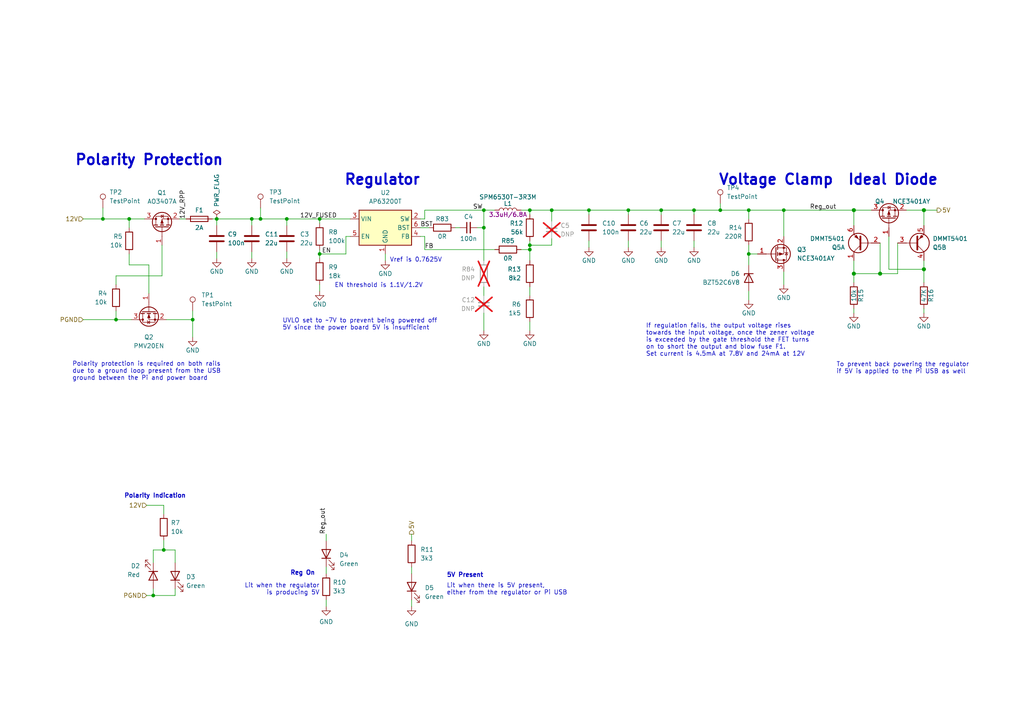
<source format=kicad_sch>
(kicad_sch (version 20231120) (generator "eeschema") (generator_version "8.0")
  (paper "A4")
  (title_block (title "KCH - Raspberry Pi HAT") (date "2022-07-16") (rev "B (S3L2)") (company "Student Robotics") (comment 1 "Power Regulation & Protection"))
  (lib_symbols
    (symbol "Connector:TestPoint" (pin_numbers hide) (pin_names (offset 0.762) hide)
      (property "Reference" "TP" (at 0 6.858 0))
      (property "Value" "TestPoint" (at 0 5.08 0))
      (symbol "TestPoint_0_1"
        (circle (center 0 3.302) (radius 0.762))
      )
      (symbol "TestPoint_1_1"
        (pin passive line (at 0 0 90) (length 2.54) (name "1") (number "1"))
      )
    )
    (symbol "Device:C" (pin_numbers hide) (pin_names (offset 0.254))
      (property "Reference" "C" (at 0.635 2.54 0))
      (property "Value" "C" (at 0.635 -2.54 0))
      (symbol "C_0_1"
        (polyline (pts (xy -2.032 -0.762) (xy 2.032 -0.762)) (stroke (width 0.508)))
        (polyline (pts (xy -2.032 0.762) (xy 2.032 0.762)) (stroke (width 0.508)))
      )
      (symbol "C_1_1"
        (pin passive line (at 0 3.81 270) (length 2.794) (name "~") (number "1"))
        (pin passive line (at 0 -3.81 90) (length 2.794) (name "~") (number "2"))
      )
    )
    (symbol "Device:C_Small" (pin_numbers hide) (pin_names (offset 0.254) hide)
      (property "Reference" "C" (at 0.254 1.778 0))
      (property "Value" "C_Small" (at 0.254 -2.032 0))
      (symbol "C_Small_0_1"
        (polyline (pts (xy -1.524 -0.508) (xy 1.524 -0.508)) (stroke (width 0.3302)))
        (polyline (pts (xy -1.524 0.508) (xy 1.524 0.508)) (stroke (width 0.3048)))
      )
      (symbol "C_Small_1_1"
        (pin passive line (at 0 2.54 270) (length 2.032) (name "~") (number "1"))
        (pin passive line (at 0 -2.54 90) (length 2.032) (name "~") (number "2"))
      )
    )
    (symbol "Device:D_Zener" (pin_numbers hide) (pin_names (offset 1.016) hide)
      (property "Reference" "D" (at 0 2.54 0))
      (property "Value" "D_Zener" (at 0 -2.54 0))
      (symbol "D_Zener_0_1"
        (polyline (pts (xy 1.27 0) (xy -1.27 0)))
        (polyline (pts (xy -1.27 -1.27) (xy -1.27 1.27) (xy -0.762 1.27)) (stroke (width 0.254)))
        (polyline (pts (xy 1.27 -1.27) (xy 1.27 1.27) (xy -1.27 0) (xy 1.27 -1.27)) (stroke (width 0.254)))
      )
      (symbol "D_Zener_1_1"
        (pin passive line (at -3.81 0 0) (length 2.54) (name "K") (number "1"))
        (pin passive line (at 3.81 0 180) (length 2.54) (name "A") (number "2"))
      )
    )
    (symbol "Device:Fuse" (pin_numbers hide) (pin_names (offset 0))
      (property "Reference" "F" (at 2.032 0 90))
      (property "Value" "Fuse" (at -1.905 0 90))
      (symbol "Fuse_0_1"
        (rectangle (start -0.762 -2.54) (end 0.762 2.54) (stroke (width 0.254)))
        (polyline (pts (xy 0 2.54) (xy 0 -2.54)))
      )
      (symbol "Fuse_1_1"
        (pin passive line (at 0 3.81 270) (length 1.27) (name "~") (number "1"))
        (pin passive line (at 0 -3.81 90) (length 1.27) (name "~") (number "2"))
      )
    )
    (symbol "Device:L" (pin_numbers hide) (pin_names (offset 1.016) hide)
      (property "Reference" "L" (at -1.27 0 90))
      (property "Value" "L" (at 1.905 0 90))
      (symbol "L_0_1"
        (arc (start 0 -2.54) (mid 0.6323 -1.905) (end 0 -1.27))
        (arc (start 0 -1.27) (mid 0.6323 -0.635) (end 0 0))
        (arc (start 0 0) (mid 0.6323 0.635) (end 0 1.27))
        (arc (start 0 1.27) (mid 0.6323 1.905) (end 0 2.54))
      )
      (symbol "L_1_1"
        (pin passive line (at 0 3.81 270) (length 1.27) (name "1") (number "1"))
        (pin passive line (at 0 -3.81 90) (length 1.27) (name "2") (number "2"))
      )
    )
    (symbol "Device:LED" (pin_numbers hide) (pin_names (offset 1.016) hide)
      (property "Reference" "D" (at 0 2.54 0))
      (property "Value" "LED" (at 0 -2.54 0))
      (symbol "LED_0_1"
        (polyline (pts (xy -1.27 -1.27) (xy -1.27 1.27)) (stroke (width 0.254)))
        (polyline (pts (xy -1.27 0) (xy 1.27 0)))
        (polyline (pts (xy 1.27 -1.27) (xy 1.27 1.27) (xy -1.27 0) (xy 1.27 -1.27)) (stroke (width 0.254)))
        (polyline (pts (xy -3.048 -0.762) (xy -4.572 -2.286) (xy -3.81 -2.286) (xy -4.572 -2.286) (xy -4.572 -1.524)))
        (polyline (pts (xy -1.778 -0.762) (xy -3.302 -2.286) (xy -2.54 -2.286) (xy -3.302 -2.286) (xy -3.302 -1.524)))
      )
      (symbol "LED_1_1"
        (pin passive line (at -3.81 0 0) (length 2.54) (name "K") (number "1"))
        (pin passive line (at 3.81 0 180) (length 2.54) (name "A") (number "2"))
      )
    )
    (symbol "Device:Q_NMOS_GSD" (pin_names (offset 0) hide)
      (property "Reference" "Q" (at 5.08 1.27 0))
      (property "Value" "Q_NMOS_GSD" (at 5.08 -1.27 0))
      (symbol "Q_NMOS_GSD_0_1"
        (polyline (pts (xy 0.254 0) (xy -2.54 0)))
        (polyline (pts (xy 0.254 1.905) (xy 0.254 -1.905)) (stroke (width 0.254)))
        (polyline (pts (xy 0.762 -1.27) (xy 0.762 -2.286)) (stroke (width 0.254)))
        (polyline (pts (xy 0.762 0.508) (xy 0.762 -0.508)) (stroke (width 0.254)))
        (polyline (pts (xy 0.762 2.286) (xy 0.762 1.27)) (stroke (width 0.254)))
        (polyline (pts (xy 2.54 2.54) (xy 2.54 1.778)))
        (polyline (pts (xy 2.54 -2.54) (xy 2.54 0) (xy 0.762 0)))
        (polyline (pts (xy 0.762 -1.778) (xy 3.302 -1.778) (xy 3.302 1.778) (xy 0.762 1.778)))
        (polyline (pts (xy 1.016 0) (xy 2.032 0.381) (xy 2.032 -0.381) (xy 1.016 0)) (fill (type outline)))
        (polyline (pts (xy 2.794 0.508) (xy 2.921 0.381) (xy 3.683 0.381) (xy 3.81 0.254)))
        (polyline (pts (xy 3.302 0.381) (xy 2.921 -0.254) (xy 3.683 -0.254) (xy 3.302 0.381)))
        (circle (center 1.651 0) (radius 2.794) (stroke (width 0.254)))
        (circle (center 2.54 -1.778) (radius 0.254) (fill (type outline)))
        (circle (center 2.54 1.778) (radius 0.254) (fill (type outline)))
      )
      (symbol "Q_NMOS_GSD_1_1"
        (pin input line (at -5.08 0 0) (length 2.54) (name "G") (number "1"))
        (pin passive line (at 2.54 -5.08 90) (length 2.54) (name "S") (number "2"))
        (pin passive line (at 2.54 5.08 270) (length 2.54) (name "D") (number "3"))
      )
    )
    (symbol "Device:Q_PMOS_GSD" (pin_names (offset 0) hide)
      (property "Reference" "Q" (at 5.08 1.27 0))
      (property "Value" "Q_PMOS_GSD" (at 5.08 -1.27 0))
      (symbol "Q_PMOS_GSD_0_1"
        (polyline (pts (xy 0.254 0) (xy -2.54 0)))
        (polyline (pts (xy 0.254 1.905) (xy 0.254 -1.905)) (stroke (width 0.254)))
        (polyline (pts (xy 0.762 -1.27) (xy 0.762 -2.286)) (stroke (width 0.254)))
        (polyline (pts (xy 0.762 0.508) (xy 0.762 -0.508)) (stroke (width 0.254)))
        (polyline (pts (xy 0.762 2.286) (xy 0.762 1.27)) (stroke (width 0.254)))
        (polyline (pts (xy 2.54 2.54) (xy 2.54 1.778)))
        (polyline (pts (xy 2.54 -2.54) (xy 2.54 0) (xy 0.762 0)))
        (polyline (pts (xy 0.762 1.778) (xy 3.302 1.778) (xy 3.302 -1.778) (xy 0.762 -1.778)))
        (polyline (pts (xy 2.286 0) (xy 1.27 0.381) (xy 1.27 -0.381) (xy 2.286 0)) (fill (type outline)))
        (polyline (pts (xy 2.794 -0.508) (xy 2.921 -0.381) (xy 3.683 -0.381) (xy 3.81 -0.254)))
        (polyline (pts (xy 3.302 -0.381) (xy 2.921 0.254) (xy 3.683 0.254) (xy 3.302 -0.381)))
        (circle (center 1.651 0) (radius 2.794) (stroke (width 0.254)))
        (circle (center 2.54 -1.778) (radius 0.254) (fill (type outline)))
        (circle (center 2.54 1.778) (radius 0.254) (fill (type outline)))
      )
      (symbol "Q_PMOS_GSD_1_1"
        (pin input line (at -5.08 0 0) (length 2.54) (name "G") (number "1"))
        (pin passive line (at 2.54 -5.08 90) (length 2.54) (name "S") (number "2"))
        (pin passive line (at 2.54 5.08 270) (length 2.54) (name "D") (number "3"))
      )
    )
    (symbol "Device:R" (pin_numbers hide) (pin_names (offset 0))
      (property "Reference" "R" (at 2.032 0 90))
      (property "Value" "R" (at 0 0 90))
      (symbol "R_0_1"
        (rectangle (start -1.016 -2.54) (end 1.016 2.54) (stroke (width 0.254)))
      )
      (symbol "R_1_1"
        (pin passive line (at 0 3.81 270) (length 1.27) (name "~") (number "1"))
        (pin passive line (at 0 -3.81 90) (length 1.27) (name "~") (number "2"))
      )
    )
    (symbol "KCH:DMMT5401" (pin_names (offset 0) hide)
      (property "Reference" "Q" (at 5.08 1.27 0))
      (property "Value" "DMMT5401" (at 5.08 -1.27 0))
      (symbol "DMMT5401_0_1"
        (polyline (pts (xy 0.635 0) (xy -2.54 0)))
        (polyline (pts (xy 0.635 0.635) (xy 2.54 2.54)))
        (polyline (pts (xy 0.635 -0.635) (xy 2.54 -2.54) (xy 2.54 -2.54)))
        (polyline (pts (xy 0.635 1.905) (xy 0.635 -1.905) (xy 0.635 -1.905)) (stroke (width 0.508)))
        (polyline (pts (xy 2.286 -1.778) (xy 1.778 -2.286) (xy 1.27 -1.27) (xy 2.286 -1.778) (xy 2.286 -1.778)) (fill (type outline)))
        (circle (center 1.27 0) (radius 2.8194) (stroke (width 0.254)))
      )
      (symbol "DMMT5401_1_1"
        (pin passive line (at 2.54 5.08 270) (length 2.54) (name "C1") (number "1"))
        (pin input line (at -5.08 0 0) (length 2.54) (name "B1") (number "2"))
        (pin passive line (at 2.54 -5.08 90) (length 2.54) (name "E1") (number "6"))
      )
      (symbol "DMMT5401_2_1"
        (pin input line (at -5.08 0 0) (length 2.54) (name "B2") (number "3"))
        (pin passive line (at 2.54 5.08 270) (length 2.54) (name "C2") (number "4"))
        (pin passive line (at 2.54 -5.08 90) (length 2.54) (name "E2") (number "5"))
      )
    )
    (symbol "KCH:MT1471"
      (property "Reference" "U" (at -7.62 6.35 0))
      (property "Value" "MT1471" (at 6.35 -6.35 0))
      (symbol "MT1471_0_1"
        (rectangle (start -7.62 5.08) (end 7.62 -5.08) (stroke (width 0.254)) (fill (type background)))
      )
      (symbol "MT1471_1_1"
        (pin power_in line (at 0 -7.62 90) (length 2.54) (name "GND") (number "1"))
        (pin output line (at 10.16 2.54 180) (length 2.54) (name "SW") (number "2"))
        (pin power_in line (at -10.16 2.54 0) (length 2.54) (name "VIN") (number "3"))
        (pin input line (at 10.16 -2.54 180) (length 2.54) (name "FB") (number "4"))
        (pin input line (at -10.16 -2.54 0) (length 2.54) (name "EN") (number "5"))
        (pin passive line (at 10.16 0 180) (length 2.54) (name "BST") (number "6"))
      )
    )
    (symbol "KCH:NCE3401AY" (pin_names (offset 0) hide)
      (property "Reference" "Q" (at 5.08 1.27 0))
      (property "Value" "NCE3401AY" (at 5.08 -1.27 0))
      (symbol "NCE3401AY_0_1"
        (polyline (pts (xy 0.254 0) (xy -2.54 0)))
        (polyline (pts (xy 0.254 1.905) (xy 0.254 -1.905)) (stroke (width 0.254)))
        (polyline (pts (xy 0.762 -1.27) (xy 0.762 -2.286)) (stroke (width 0.254)))
        (polyline (pts (xy 0.762 0.508) (xy 0.762 -0.508)) (stroke (width 0.254)))
        (polyline (pts (xy 0.762 2.286) (xy 0.762 1.27)) (stroke (width 0.254)))
        (polyline (pts (xy 2.54 2.54) (xy 2.54 1.778)))
        (polyline (pts (xy 2.54 -2.54) (xy 2.54 0) (xy 0.762 0)))
        (polyline (pts (xy 0.762 1.778) (xy 3.302 1.778) (xy 3.302 -1.778) (xy 0.762 -1.778)))
        (polyline (pts (xy 2.286 0) (xy 1.27 0.381) (xy 1.27 -0.381) (xy 2.286 0)) (fill (type outline)))
        (polyline (pts (xy 2.794 -0.508) (xy 2.921 -0.381) (xy 3.683 -0.381) (xy 3.81 -0.254)))
        (polyline (pts (xy 3.302 -0.381) (xy 2.921 0.254) (xy 3.683 0.254) (xy 3.302 -0.381)))
        (circle (center 1.651 0) (radius 2.794) (stroke (width 0.254)))
        (circle (center 2.54 -1.778) (radius 0.254) (fill (type outline)))
        (circle (center 2.54 1.778) (radius 0.254) (fill (type outline)))
      )
      (symbol "NCE3401AY_1_1"
        (pin input line (at -5.08 0 0) (length 2.54) (name "G") (number "1"))
        (pin passive line (at 2.54 -5.08 90) (length 2.54) (name "S") (number "2"))
        (pin passive line (at 2.54 5.08 270) (length 2.54) (name "D") (number "3"))
      )
    )
    (symbol "power:GND" (power) (pin_names (offset 0))
      (property "Value" "GND" (at 0 -3.81 0))
      (symbol "GND_0_1"
        (polyline (pts (xy 0 0) (xy 0 -1.27) (xy 1.27 -1.27) (xy 0 -2.54) (xy -1.27 -1.27) (xy 0 -1.27)))
      )
      (symbol "GND_1_1"
        (pin power_in line (at 0 0 270) (length 0) hide (name "GND") (number "1"))
      )
    )
    (symbol "power:PWR_FLAG" (power) (pin_numbers hide) (pin_names (offset 0) hide)
      (property "Value" "PWR_FLAG" (at 0 3.81 0))
      (symbol "PWR_FLAG_0_0"
        (pin power_out line (at 0 0 90) (length 0) (name "pwr") (number "1"))
      )
      (symbol "PWR_FLAG_0_1"
        (polyline (pts (xy 0 0) (xy 0 1.27) (xy -1.016 1.905) (xy 0 2.54) (xy 1.016 1.905) (xy 0 1.27)))
      )
    )
  )
  (junction (at 73.025 63.5))
  (junction (at 62.865 63.5))
  (junction (at 267.97 60.96) (diameter 1.016))
  (junction (at 140.335 60.96))
  (junction (at 217.17 60.96))
  (junction (at 160.02 60.96))
  (junction (at 208.915 60.96))
  (junction (at 227.33 60.96))
  (junction (at 247.65 60.96) (diameter 1.016))
  (junction (at 83.185 63.5))
  (junction (at 33.655 92.71))
  (junction (at 191.77 60.96))
  (junction (at 182.245 60.96))
  (junction (at 140.335 66.04))
  (junction (at 170.815 60.96))
  (junction (at 92.71 63.5))
  (junction (at 75.565 63.5))
  (junction (at 29.845 63.5))
  (junction (at 247.65 79.375) (diameter 1.016))
  (junction (at 92.71 73.66))
  (junction (at 267.97 78.105) (diameter 1.016))
  (junction (at 44.45 172.72))
  (junction (at 47.498 159.512))
  (junction (at 55.88 92.71))
  (junction (at 37.465 63.5))
  (junction (at 255.27 79.375) (diameter 1.016))
  (junction (at 217.17 73.66))
  (junction (at 153.67 60.96))
  (junction (at 153.67 72.39))
  (junction (at 153.67 71.12))
  (junction (at 201.295 60.96))
  (wire (pts (xy 42.545 146.558) (xy 47.498 146.558)))
  (wire (pts (xy 119.38 164.465) (xy 119.38 166.37)))
  (wire (pts (xy 83.185 65.405) (xy 83.185 63.5)))
  (wire (pts (xy 140.335 90.805) (xy 140.335 95.885)))
  (wire (pts (xy 267.97 90.805) (xy 267.97 89.535)))
  (wire (pts (xy 227.33 68.58) (xy 227.33 60.96)))
  (wire (pts (xy 37.465 73.66) (xy 37.465 76.835)))
  (wire (pts (xy 29.845 60.325) (xy 29.845 63.5)))
  (wire (pts (xy 52.07 63.5) (xy 53.975 63.5)))
  (wire (pts (xy 247.65 90.805) (xy 247.65 89.535)))
  (wire (pts (xy 217.17 63.5) (xy 217.17 60.96)))
  (wire (pts (xy 92.71 64.77) (xy 92.71 63.5)))
  (wire (pts (xy 94.615 173.99) (xy 94.615 175.895)))
  (wire (pts (xy 123.19 72.39) (xy 143.51 72.39)))
  (wire (pts (xy 55.88 92.71) (xy 55.88 97.79)))
  (wire (pts (xy 46.99 80.01) (xy 46.99 71.12)))
  (wire (pts (xy 123.19 68.58) (xy 123.19 72.39)))
  (wire (pts (xy 247.65 65.405) (xy 247.65 60.96)))
  (wire (pts (xy 255.27 79.375) (xy 260.35 79.375)))
  (wire (pts (xy 75.565 60.325) (xy 75.565 63.5)))
  (wire (pts (xy 257.81 78.105) (xy 267.97 78.105)))
  (wire (pts (xy 50.8 170.815) (xy 50.8 172.72)))
  (wire (pts (xy 160.02 69.215) (xy 160.02 71.12)))
  (wire (pts (xy 24.13 63.5) (xy 29.845 63.5)))
  (wire (pts (xy 257.81 68.58) (xy 257.81 78.105)))
  (wire (pts (xy 33.655 82.55) (xy 33.655 80.01)))
  (wire (pts (xy 73.025 63.5) (xy 75.565 63.5)))
  (wire (pts (xy 217.17 60.96) (xy 227.33 60.96)))
  (wire (pts (xy 160.02 60.96) (xy 153.67 60.96)))
  (wire (pts (xy 151.13 72.39) (xy 153.67 72.39)))
  (wire (pts (xy 55.88 90.17) (xy 55.88 92.71)))
  (wire (pts (xy 217.17 76.835) (xy 217.17 73.66)))
  (wire (pts (xy 44.45 170.815) (xy 44.45 172.72)))
  (wire (pts (xy 121.92 66.04) (xy 124.46 66.04)))
  (wire (pts (xy 255.27 70.485) (xy 255.27 79.375)))
  (wire (pts (xy 208.915 59.055) (xy 208.915 60.96)))
  (wire (pts (xy 191.77 60.96) (xy 191.77 62.23)))
  (wire (pts (xy 262.89 60.96) (xy 267.97 60.96)))
  (wire (pts (xy 182.245 60.96) (xy 182.245 62.23)))
  (wire (pts (xy 119.38 173.99) (xy 119.38 175.895)))
  (wire (pts (xy 47.498 149.098) (xy 47.498 146.558)))
  (wire (pts (xy 208.915 60.96) (xy 201.295 60.96)))
  (wire (pts (xy 267.97 60.96) (xy 271.78 60.96)))
  (wire (pts (xy 37.465 76.835) (xy 43.18 76.835)))
  (wire (pts (xy 44.45 159.512) (xy 47.498 159.512)))
  (wire (pts (xy 94.615 164.465) (xy 94.615 166.37)))
  (wire (pts (xy 182.245 69.85) (xy 182.245 71.755)))
  (wire (pts (xy 92.71 73.66) (xy 92.71 74.93)))
  (wire (pts (xy 43.18 76.835) (xy 43.18 85.09)))
  (wire (pts (xy 100.33 68.58) (xy 100.33 73.66)))
  (wire (pts (xy 247.65 60.96) (xy 252.73 60.96)))
  (wire (pts (xy 217.17 84.455) (xy 217.17 86.995)))
  (wire (pts (xy 247.65 79.375) (xy 255.27 79.375)))
  (wire (pts (xy 208.915 60.96) (xy 217.17 60.96)))
  (wire (pts (xy 153.67 60.96) (xy 153.67 62.23)))
  (wire (pts (xy 83.185 73.025) (xy 83.185 74.93)))
  (wire (pts (xy 42.545 172.72) (xy 44.45 172.72)))
  (wire (pts (xy 170.815 69.85) (xy 170.815 71.755)))
  (wire (pts (xy 267.97 65.405) (xy 267.97 60.96)))
  (wire (pts (xy 201.295 62.23) (xy 201.295 60.96)))
  (wire (pts (xy 191.77 69.85) (xy 191.77 71.755)))
  (wire (pts (xy 92.71 63.5) (xy 101.6 63.5)))
  (wire (pts (xy 217.17 71.12) (xy 217.17 73.66)))
  (wire (pts (xy 47.498 156.718) (xy 47.498 159.512)))
  (wire (pts (xy 140.335 83.185) (xy 140.335 85.725)))
  (wire (pts (xy 123.19 63.5) (xy 123.19 60.96)))
  (wire (pts (xy 121.92 68.58) (xy 123.19 68.58)))
  (wire (pts (xy 29.845 63.5) (xy 37.465 63.5)))
  (wire (pts (xy 62.865 63.5) (xy 73.025 63.5)))
  (wire (pts (xy 247.65 75.565) (xy 247.65 79.375)))
  (wire (pts (xy 37.465 63.5) (xy 37.465 66.04)))
  (wire (pts (xy 247.65 79.375) (xy 247.65 81.915)))
  (wire (pts (xy 75.565 63.5) (xy 83.185 63.5)))
  (wire (pts (xy 140.335 75.565) (xy 140.335 66.04)))
  (wire (pts (xy 138.43 66.04) (xy 140.335 66.04)))
  (wire (pts (xy 73.025 73.025) (xy 73.025 74.93)))
  (wire (pts (xy 160.02 71.12) (xy 153.67 71.12)))
  (wire (pts (xy 62.865 63.5) (xy 62.865 65.405)))
  (wire (pts (xy 140.335 60.96) (xy 143.51 60.96)))
  (wire (pts (xy 217.17 73.66) (xy 219.71 73.66)))
  (wire (pts (xy 33.655 92.71) (xy 33.655 90.17)))
  (wire (pts (xy 267.97 78.105) (xy 267.97 81.915)))
  (wire (pts (xy 153.67 69.85) (xy 153.67 71.12)))
  (wire (pts (xy 33.655 80.01) (xy 46.99 80.01)))
  (wire (pts (xy 153.67 83.185) (xy 153.67 85.725)))
  (wire (pts (xy 92.71 72.39) (xy 92.71 73.66)))
  (wire (pts (xy 94.615 154.94) (xy 94.615 156.845)))
  (wire (pts (xy 41.91 63.5) (xy 37.465 63.5)))
  (wire (pts (xy 83.185 63.5) (xy 92.71 63.5)))
  (wire (pts (xy 170.815 60.96) (xy 182.245 60.96)))
  (wire (pts (xy 44.45 159.512) (xy 44.45 163.195)))
  (wire (pts (xy 227.33 60.96) (xy 247.65 60.96)))
  (wire (pts (xy 227.33 78.74) (xy 227.33 82.55)))
  (wire (pts (xy 38.1 92.71) (xy 33.655 92.71)))
  (wire (pts (xy 153.67 93.345) (xy 153.67 95.885)))
  (wire (pts (xy 44.45 172.72) (xy 50.8 172.72)))
  (wire (pts (xy 267.97 75.565) (xy 267.97 78.105)))
  (wire (pts (xy 191.77 60.96) (xy 182.245 60.96)))
  (wire (pts (xy 47.498 159.512) (xy 50.8 159.512)))
  (wire (pts (xy 121.92 63.5) (xy 123.19 63.5)))
  (wire (pts (xy 260.35 79.375) (xy 260.35 70.485)))
  (wire (pts (xy 73.025 65.405) (xy 73.025 63.5)))
  (wire (pts (xy 50.8 159.512) (xy 50.8 163.195)))
  (wire (pts (xy 201.295 69.85) (xy 201.295 71.755)))
  (wire (pts (xy 153.67 71.12) (xy 153.67 72.39)))
  (wire (pts (xy 62.865 73.025) (xy 62.865 74.93)))
  (wire (pts (xy 119.38 154.94) (xy 119.38 156.845)))
  (wire (pts (xy 153.67 60.96) (xy 151.13 60.96)))
  (wire (pts (xy 160.02 60.96) (xy 170.815 60.96)))
  (wire (pts (xy 170.815 62.23) (xy 170.815 60.96)))
  (wire (pts (xy 132.08 66.04) (xy 133.35 66.04)))
  (wire (pts (xy 61.595 63.5) (xy 62.865 63.5)))
  (wire (pts (xy 123.19 60.96) (xy 140.335 60.96)))
  (wire (pts (xy 153.67 72.39) (xy 153.67 75.565)))
  (wire (pts (xy 24.13 92.71) (xy 33.655 92.71)))
  (wire (pts (xy 100.33 73.66) (xy 92.71 73.66)))
  (wire (pts (xy 140.335 60.96) (xy 140.335 66.04)))
  (wire (pts (xy 160.02 64.135) (xy 160.02 60.96)))
  (wire (pts (xy 48.26 92.71) (xy 55.88 92.71)))
  (wire (pts (xy 92.71 82.55) (xy 92.71 84.455)))
  (wire (pts (xy 111.76 73.66) (xy 111.76 75.565)))
  (wire (pts (xy 101.6 68.58) (xy 100.33 68.58)))
  (wire (pts (xy 201.295 60.96) (xy 191.77 60.96)))
  (text "EN threshold is 1.1V/1.2V" (at 97.028 83.566 0) (effects (font (size 1.27 1.27)) (justify left bottom)))
  (text "Vref is 0.7625V" (at 113.03 76.2 0) (effects (font (size 1.27 1.27)) (justify left bottom)))
  (text "Regulator" (at 99.695 53.975 0) (effects (font (size 3 3) (thickness 0.6) (bold yes)) (justify left bottom)))
  (text "Ideal Diode" (at 245.745 53.975 0) (effects (font (size 3 3) (thickness 0.6) (bold yes)) (justify left bottom)))
  (text "5V Present" (at 129.54 167.64 0) (effects (font (size 1.27 1.27) (thickness 0.254) (bold yes)) (justify left bottom)))
  (text "Lit when the regulator\nis producing 5V\n" (at 92.71 172.72 0) (effects (font (size 1.27 1.27)) (justify right bottom)))
  (text "To prevent back powering the regulator \nif 5V is applied to the Pi USB as well" (at 242.57 108.585 0) (effects (font (size 1.27 1.27)) (justify left bottom)))
  (text "Voltage Clamp" (at 208.28 53.975 0) (effects (font (size 3 3) (thickness 0.6) (bold yes)) (justify left bottom)))
  (text "Lit when there is 5V present,\neither from the regulator or Pi USB" (at 129.54 172.72 0) (effects (font (size 1.27 1.27)) (justify left bottom)))
  (text "UVLO set to ~7V to prevent being powered off \n5V since the power board 5V is insufficient" (at 81.915 95.885 0) (effects (font (size 1.27 1.27)) (justify left bottom)))
  (text "If regulation fails, the output voltage rises \ntowards the input voltage, once the zener voltage\nis exceeded by the gate threshold the FET turns\non to short the output and blow fuse F1.\nSet current is 4.5mA at 7.8V and 24mA at 12V\n" (at 187.325 103.505 0) (effects (font (size 1.27 1.27)) (justify left bottom)))
  (text "Reg On" (at 91.44 167.005 0) (effects (font (size 1.27 1.27) (thickness 0.254) (bold yes)) (justify right bottom)))
  (text "Polarity Indication" (at 53.975 144.653 0) (effects (font (size 1.27 1.27) (thickness 0.254) (bold yes)) (justify right bottom)))
  (text "Polarity protection is required on both rails\ndue to a ground loop present from the USB \nground between the Pi and power board" (at 20.955 110.49 0) (effects (font (size 1.27 1.27)) (justify left bottom)))
  (text "Polarity Protection" (at 21.59 48.26 0) (effects (font (size 3 3) (thickness 0.6) (bold yes)) (justify left bottom)))
  (label "EN" (at 93.345 73.66 0))
  (label "BST" (at 121.92 66.04 0))
  (label "SW" (at 137.16 60.96 0))
  (label "Reg_out" (at 242.57 60.96 180))
  (label "Reg_out" (at 94.615 154.94 90))
  (label "12V_RPP" (at 53.975 63.5 90))
  (label "12V_FUSED" (at 86.995 63.5 0))
  (label "FB" (at 123.19 72.39 0))
  (hierarchical_label "5V" (shape output) (at 271.78 60.96 0))
  (hierarchical_label "12V" (shape input) (at 42.545 146.558 180))
  (hierarchical_label "PGND" (shape input) (at 24.13 92.71 180))
  (hierarchical_label "12V" (shape input) (at 24.13 63.5 180))
  (hierarchical_label "5V" (shape output) (at 119.38 154.94 90))
  (hierarchical_label "PGND" (shape input) (at 42.545 172.72 180))
  (symbol (lib_id "Device:LED") (at 94.615 160.655 90) (unit 1)
    (property "Reference" "D4" (at 98.425 160.9724 90) (effects (justify right)))
    (property "Value" "Green" (at 98.425 163.5124 90) (effects (justify right)))
    (property "Footprint" "LED_SMD:LED_0603_1608Metric_Pad1.05x0.95mm_HandSolder" (effects (hide yes)))
    (property "Datasheet" "https://datasheet.lcsc.com/lcsc/1811101510_Everlight-Elec-19-217-GHC-YR1S2-3T_C72043.pdf" (effects (hide yes)))
    (property "JLC" "C72043" (effects (hide yes)))
  )
  (symbol (lib_id "KCH:NCE3401AY") (at 257.81 63.5 90) (unit 1)
    (property "Reference" "Q4" (at 256.54 58.42 90) (effects (justify left)))
    (property "Value" "NCE3401AY" (at 269.875 58.42 90) (effects (justify left)))
    (property "Footprint" "Package_TO_SOT_SMD:SOT-23" (effects (hide yes)))
    (property "Datasheet" "https://datasheet.lcsc.com/lcsc/2012041908_Wuxi-NCE-Power-Semiconductor-NCE3401AY_C169815.pdf" (effects (hide yes)))
    (property "JLC" "C169815" (effects (hide yes)))
  )
  (symbol (lib_id "Device:C") (at 182.245 66.04 0) (unit 1)
    (property "Reference" "C6" (at 185.42 64.7699 0) (effects (justify left)))
    (property "Value" "22u" (at 185.42 67.3099 0) (effects (justify left)))
    (property "Footprint" "Capacitor_SMD:C_1206_3216Metric" (effects (hide yes)))
    (property "JLC" "C12891" (effects (hide yes)))
  )
  (symbol (lib_id "Device:Q_NMOS_GSD") (at 43.18 90.17 90) (mirror x) (unit 1)
    (property "Reference" "Q2" (at 43.18 97.79 90))
    (property "Value" "PMV20EN" (at 43.18 100.33 90))
    (property "Footprint" "Package_TO_SOT_SMD:SOT-23" (effects (hide yes)))
    (property "JLC" "C456088" (effects (hide yes)))
  )
  (symbol (lib_id "power:GND") (at 201.295 71.755 0) (unit 1)
    (property "Reference" "#PWR022" (effects (hide yes)))
    (property "Value" "GND" (at 201.295 75.565 0))
  )
  (symbol (lib_id "power:GND") (at 182.245 71.755 0) (unit 1)
    (property "Reference" "#PWR020" (effects (hide yes)))
    (property "Value" "GND" (at 182.245 75.565 0))
  )
  (symbol (lib_id "Device:R") (at 47.498 152.908 0) (unit 1)
    (property "Reference" "R7" (at 49.53 151.6379 0) (effects (justify left)))
    (property "Value" "10k" (at 49.53 154.1779 0) (effects (justify left)))
    (property "Footprint" "Resistor_SMD:R_0402_1005Metric" (effects (hide yes)))
    (property "JLC" "C25744" (effects (hide yes)))
  )
  (symbol (lib_id "power:GND") (at 140.335 95.885 0) (unit 1)
    (property "Reference" "#PWR0108" (effects (hide yes)))
    (property "Value" "GND" (at 140.335 99.695 0))
  )
  (symbol (lib_id "power:GND") (at 247.65 90.805 0) (unit 1)
    (property "Reference" "#PWR025" (effects (hide yes)))
    (property "Value" "GND" (at 247.65 94.615 0))
  )
  (symbol (lib_id "Device:C") (at 170.815 66.04 0) (unit 1)
    (property "Reference" "C10" (at 174.625 64.7699 0) (effects (justify left)))
    (property "Value" "100n" (at 174.625 67.3099 0) (effects (justify left)))
    (property "Footprint" "Capacitor_SMD:C_0402_1005Metric" (effects (hide yes)))
    (property "JLC" "C307331" (effects (hide yes)))
  )
  (symbol (lib_id "Device:R") (at 94.615 170.18 0) (unit 1)
    (property "Reference" "R10" (at 96.52 168.9099 0) (effects (justify left)))
    (property "Value" "3k3" (at 96.52 171.4499 0) (effects (justify left)))
    (property "Footprint" "Resistor_SMD:R_0402_1005Metric" (effects (hide yes)))
    (property "JLC" "C25890" (effects (hide yes)))
  )
  (symbol (lib_id "Device:R") (at 119.38 160.655 0) (unit 1)
    (property "Reference" "R11" (at 121.92 159.3849 0) (effects (justify left)))
    (property "Value" "3k3" (at 121.92 161.9249 0) (effects (justify left)))
    (property "Footprint" "Resistor_SMD:R_0402_1005Metric" (effects (hide yes)))
    (property "JLC" "C25890" (effects (hide yes)))
  )
  (symbol (lib_id "Device:R") (at 267.97 85.725 0) (unit 1)
    (property "Reference" "R16" (at 270.002 85.725 90))
    (property "Value" "47K" (at 267.97 85.725 90))
    (property "Footprint" "Resistor_SMD:R_0402_1005Metric" (effects (hide yes)))
    (property "JLC" "C25792" (effects (hide yes)))
  )
  (symbol (lib_id "Device:R") (at 92.71 78.74 0) (unit 1)
    (property "Reference" "R9" (at 95.25 77.4699 0) (effects (justify left)))
    (property "Value" "18k" (at 95.25 80.0099 0) (effects (justify left)))
    (property "Footprint" "Resistor_SMD:R_0402_1005Metric" (effects (hide yes)))
    (property "JLC" "C25762" (effects (hide yes)))
  )
  (symbol (lib_id "Device:C_Small") (at 140.335 88.265 0) (mirror x) (unit 1) (in_bom no) (dnp yes)
    (property "Reference" "C12" (at 137.795 86.9885 0) (effects (justify right)))
    (property "Value" "DNP" (at 137.795 89.5285 0) (effects (justify right)))
    (property "Footprint" "Capacitor_SMD:C_0402_1005Metric" (effects (hide yes)))
  )
  (symbol (lib_id "power:PWR_FLAG") (at 62.865 63.5 0) (unit 1)
    (property "Reference" "#FLG0101" (effects (hide yes)))
    (property "Value" "PWR_FLAG" (at 62.865 55.245 90))
  )
  (symbol (lib_id "Device:R") (at 147.32 72.39 90) (unit 1)
    (property "Reference" "R85" (at 147.32 69.85 90))
    (property "Value" "0R" (at 147.32 74.93 90))
    (property "Footprint" "Resistor_SMD:R_0402_1005Metric" (effects (hide yes)))
    (property "JLC" "C17168" (effects (hide yes)))
  )
  (symbol (lib_id "KCH:DMMT5401") (at 265.43 70.485 0) (mirror x) (unit 2)
    (property "Reference" "Q5" (at 270.51 71.755 0) (effects (justify left)))
    (property "Value" "DMMT5401" (at 270.51 69.215 0) (effects (justify left)))
    (property "Footprint" "Package_TO_SOT_SMD:SOT-23-6" (effects (hide yes)))
    (property "Datasheet" "https://www.diodes.com/assets/Datasheets/ds30437.pdf" (effects (hide yes)))
    (property "JLC" "C154733" (effects (hide yes)))
  )
  (symbol (lib_id "power:GND") (at 227.33 82.55 0) (unit 1)
    (property "Reference" "#PWR024" (effects (hide yes)))
    (property "Value" "GND" (at 227.33 86.36 0))
  )
  (symbol (lib_id "Connector:TestPoint") (at 75.565 60.325 0) (unit 1) (in_bom no)
    (property "Reference" "TP3" (at 78.105 55.7529 0) (effects (justify left)))
    (property "Value" "TestPoint" (at 78.105 58.2929 0) (effects (justify left)))
    (property "Footprint" "TestPoint:TestPoint_Pad_D2.0mm" (effects (hide yes)))
  )
  (symbol (lib_id "Device:R") (at 128.27 66.04 90) (unit 1)
    (property "Reference" "R83" (at 128.27 63.5 90))
    (property "Value" "0R" (at 128.27 68.58 90))
    (property "Footprint" "Resistor_SMD:R_0402_1005Metric" (effects (hide yes)))
    (property "JLC" "C17168" (effects (hide yes)))
  )
  (symbol (lib_id "power:GND") (at 62.865 74.93 0) (unit 1)
    (property "Reference" "#PWR085" (effects (hide yes)))
    (property "Value" "GND" (at 62.865 78.74 0))
  )
  (symbol (lib_id "Device:R") (at 92.71 68.58 0) (unit 1)
    (property "Reference" "R8" (at 95.25 67.3099 0) (effects (justify left)))
    (property "Value" "100k" (at 95.25 69.8499 0) (effects (justify left)))
    (property "Footprint" "Resistor_SMD:R_0402_1005Metric" (effects (hide yes)))
    (property "JLC" "C25741" (effects (hide yes)))
  )
  (symbol (lib_id "Device:C") (at 73.025 69.215 0) (unit 1)
    (property "Reference" "C11" (at 76.835 67.9449 0) (effects (justify left)))
    (property "Value" "22u" (at 76.835 70.485 0) (effects (justify left)))
    (property "Footprint" "Capacitor_SMD:C_1206_3216Metric" (effects (hide yes)))
    (property "JLC" "C12891" (effects (hide yes)))
  )
  (symbol (lib_id "Device:R") (at 217.17 67.31 0) (mirror x) (unit 1)
    (property "Reference" "R14" (at 215.265 66.0399 0) (effects (justify right)))
    (property "Value" "220R" (at 215.265 68.5799 0) (effects (justify right)))
    (property "Footprint" "Resistor_SMD:R_0402_1005Metric" (effects (hide yes)))
    (property "JLC" "C25091" (effects (hide yes)))
  )
  (symbol (lib_id "Device:R") (at 33.655 86.36 0) (mirror x) (unit 1)
    (property "Reference" "R4" (at 31.115 85.0899 0) (effects (justify right)))
    (property "Value" "10k" (at 31.115 87.6299 0) (effects (justify right)))
    (property "Footprint" "Resistor_SMD:R_0402_1005Metric" (effects (hide yes)))
    (property "JLC" "C25744" (effects (hide yes)))
  )
  (symbol (lib_id "Device:L") (at 147.32 60.96 270) (mirror x) (unit 1)
    (property "Reference" "L1" (at 147.32 59.055 90))
    (property "Value" "SPM6530T-3R3M" (at 147.32 57.15 90))
    (property "Footprint" "project_footprints:MWSA0603" (effects (hide yes)))
    (property "Value2" "3.3uH/6.8A" (at 147.32 62.23 90))
    (property "JLC" "C76856" (effects (hide yes)))
  )
  (symbol (lib_id "Device:R") (at 247.65 85.725 0) (unit 1)
    (property "Reference" "R15" (at 249.682 85.725 90))
    (property "Value" "10k" (at 247.65 85.725 90))
    (property "Footprint" "Resistor_SMD:R_0402_1005Metric" (effects (hide yes)))
    (property "JLC" "C25744" (effects (hide yes)))
  )
  (symbol (lib_id "Device:C_Small") (at 160.02 66.675 0) (unit 1) (in_bom no) (dnp yes)
    (property "Reference" "C5" (at 162.56 65.4112 0) (effects (justify left)))
    (property "Value" "DNP" (at 162.56 67.9512 0) (effects (justify left)))
    (property "Footprint" "Capacitor_SMD:C_0402_1005Metric" (effects (hide yes)))
  )
  (symbol (lib_id "power:GND") (at 153.67 95.885 0) (unit 1)
    (property "Reference" "#PWR019" (effects (hide yes)))
    (property "Value" "GND" (at 153.67 99.695 0))
  )
  (symbol (lib_id "Device:R") (at 153.67 89.535 0) (mirror x) (unit 1)
    (property "Reference" "R6" (at 151.13 88.2649 0) (effects (justify right)))
    (property "Value" "1k5" (at 151.13 90.8049 0) (effects (justify right)))
    (property "Footprint" "Resistor_SMD:R_0402_1005Metric" (effects (hide yes)))
    (property "JLC" "C25867" (effects (hide yes)))
  )
  (symbol (lib_id "Device:R") (at 37.465 69.85 0) (mirror x) (unit 1)
    (property "Reference" "R5" (at 35.56 68.5799 0) (effects (justify right)))
    (property "Value" "10k" (at 35.56 71.1199 0) (effects (justify right)))
    (property "Footprint" "Resistor_SMD:R_0402_1005Metric" (effects (hide yes)))
    (property "JLC" "C25744" (effects (hide yes)))
  )
  (symbol (lib_id "power:GND") (at 170.815 71.755 0) (unit 1)
    (property "Reference" "#PWR086" (effects (hide yes)))
    (property "Value" "GND" (at 170.815 75.565 0))
  )
  (symbol (lib_id "KCH:MT1471") (at 111.76 66.04 0) (unit 1)
    (property "Reference" "U2" (at 111.76 55.88 0))
    (property "Value" "AP63200T" (at 111.76 58.42 0))
    (property "Footprint" "Package_TO_SOT_SMD:SOT-23-6" (effects (hide yes)))
    (property "Datasheet" "https://www.diodes.com/assets/Datasheets/AP62300_AP62301_AP62300T.pdf" (effects (hide yes)))
  )
  (symbol (lib_id "Device:LED") (at 44.45 167.005 270) (unit 1)
    (property "Reference" "D2" (at 40.64 164.1474 90) (effects (justify right)))
    (property "Value" "Red" (at 40.64 166.6874 90) (effects (justify right)))
    (property "Footprint" "LED_SMD:LED_0805_2012Metric_Pad1.15x1.40mm_HandSolder" (effects (hide yes)))
    (property "Datasheet" "https://datasheet.lcsc.com/lcsc/2008201032_Foshan-NationStar-Optoelectronics-NCD0805R1_C84256.pdf" (effects (hide yes)))
    (property "JLC" "C84256" (effects (hide yes)))
  )
  (symbol (lib_id "power:GND") (at 111.76 75.565 0) (unit 1)
    (property "Reference" "#PWR017" (effects (hide yes)))
    (property "Value" "GND" (at 111.76 79.375 0))
  )
  (symbol (lib_id "Device:Q_PMOS_GSD") (at 46.99 66.04 90) (unit 1)
    (property "Reference" "Q1" (at 46.99 55.88 90))
    (property "Value" "AO3407A" (at 46.99 58.42 90))
    (property "Footprint" "Package_TO_SOT_SMD:SOT-23" (effects (hide yes)))
    (property "Datasheet" "https://datasheet.lcsc.com/lcsc/1810231523_Alpha---Omega-Semicon-AO3407A_C15155.pdf" (effects (hide yes)))
    (property "JLC" "C15155" (effects (hide yes)))
  )
  (symbol (lib_id "Device:C") (at 83.185 69.215 0) (unit 1)
    (property "Reference" "C3" (at 86.995 67.9449 0) (effects (justify left)))
    (property "Value" "22u" (at 86.995 70.4849 0) (effects (justify left)))
    (property "Footprint" "Capacitor_SMD:C_1206_3216Metric" (effects (hide yes)))
    (property "JLC" "C12891" (effects (hide yes)))
  )
  (symbol (lib_id "Connector:TestPoint") (at 55.88 90.17 0) (unit 1) (in_bom no)
    (property "Reference" "TP1" (at 58.42 85.5979 0) (effects (justify left)))
    (property "Value" "TestPoint" (at 58.42 88.1379 0) (effects (justify left)))
    (property "Footprint" "TestPoint:TestPoint_Pad_D2.0mm" (effects (hide yes)))
  )
  (symbol (lib_id "power:GND") (at 83.185 74.93 0) (unit 1)
    (property "Reference" "#PWR014" (effects (hide yes)))
    (property "Value" "GND" (at 83.185 78.74 0))
  )
  (symbol (lib_id "power:GND") (at 94.615 175.895 0) (unit 1)
    (property "Reference" "#PWR016" (effects (hide yes)))
    (property "Value" "GND" (at 94.615 180.34 0))
  )
  (symbol (lib_id "power:GND") (at 191.77 71.755 0) (unit 1)
    (property "Reference" "#PWR021" (effects (hide yes)))
    (property "Value" "GND" (at 191.77 75.565 0))
  )
  (symbol (lib_id "power:GND") (at 92.71 84.455 0) (unit 1)
    (property "Reference" "#PWR015" (effects (hide yes)))
    (property "Value" "GND" (at 92.71 88.265 0))
  )
  (symbol (lib_id "Device:R") (at 140.335 79.375 0) (mirror x) (unit 1) (in_bom no) (dnp yes)
    (property "Reference" "R84" (at 137.795 78.1049 0) (effects (justify right)))
    (property "Value" "DNP" (at 137.795 80.6449 0) (effects (justify right)))
    (property "Footprint" "Resistor_SMD:R_0402_1005Metric" (effects (hide yes)))
  )
  (symbol (lib_id "Device:R") (at 153.67 66.04 0) (mirror x) (unit 1)
    (property "Reference" "R12" (at 151.765 64.7699 0) (effects (justify right)))
    (property "Value" "56k" (at 151.765 67.3099 0) (effects (justify right)))
    (property "Footprint" "Resistor_SMD:R_0402_1005Metric" (effects (hide yes)))
    (property "JLC" "C25796" (effects (hide yes)))
  )
  (symbol (lib_id "Connector:TestPoint") (at 208.915 59.055 0) (unit 1) (in_bom no)
    (property "Reference" "TP4" (at 210.82 54.4829 0) (effects (justify left)))
    (property "Value" "TestPoint" (at 210.82 57.0229 0) (effects (justify left)))
    (property "Footprint" "TestPoint:TestPoint_Pad_D2.0mm" (effects (hide yes)))
  )
  (symbol (lib_id "Device:LED") (at 50.8 167.005 90) (unit 1)
    (property "Reference" "D3" (at 53.975 167.3224 90) (effects (justify right)))
    (property "Value" "Green" (at 53.975 169.8624 90) (effects (justify right)))
    (property "Footprint" "LED_SMD:LED_0603_1608Metric_Pad1.05x0.95mm_HandSolder" (effects (hide yes)))
    (property "Datasheet" "https://datasheet.lcsc.com/lcsc/1811101510_Everlight-Elec-19-217-GHC-YR1S2-3T_C72043.pdf" (effects (hide yes)))
    (property "JLC" "C72043" (effects (hide yes)))
  )
  (symbol (lib_id "power:GND") (at 119.38 175.895 0) (unit 1)
    (property "Reference" "#PWR018" (effects (hide yes)))
    (property "Value" "GND" (at 119.38 180.975 0))
  )
  (symbol (lib_id "Device:Fuse") (at 57.785 63.5 90) (unit 1)
    (property "Reference" "F1" (at 57.785 60.96 90))
    (property "Value" "2A" (at 57.785 66.04 90))
    (property "Footprint" "Resistor_SMD:R_0603_1608Metric" (effects (hide yes)))
    (property "JLC" "C122965" (effects (hide yes)))
  )
  (symbol (lib_id "power:GND") (at 55.88 97.79 0) (unit 1)
    (property "Reference" "#PWR013" (effects (hide yes)))
    (property "Value" "GND" (at 55.88 101.6 0))
  )
  (symbol (lib_id "KCH:DMMT5401") (at 250.19 70.485 180) (unit 1)
    (property "Reference" "Q5" (at 245.11 71.755 0) (effects (justify left)))
    (property "Value" "DMMT5401" (at 245.11 69.215 0) (effects (justify left)))
    (property "Footprint" "Package_TO_SOT_SMD:SOT-23-6" (effects (hide yes)))
    (property "Datasheet" "https://www.diodes.com/assets/Datasheets/ds30437.pdf" (effects (hide yes)))
    (property "JLC" "C154733" (effects (hide yes)))
  )
  (symbol (lib_id "Device:C") (at 201.295 66.04 0) (unit 1)
    (property "Reference" "C8" (at 205.105 64.7699 0) (effects (justify left)))
    (property "Value" "22u" (at 205.105 67.3099 0) (effects (justify left)))
    (property "Footprint" "Capacitor_SMD:C_1206_3216Metric" (effects (hide yes)))
    (property "JLC" "C12891" (effects (hide yes)))
  )
  (symbol (lib_id "Device:LED") (at 119.38 170.18 90) (unit 1)
    (property "Reference" "D5" (at 123.19 170.4974 90) (effects (justify right)))
    (property "Value" "Green" (at 123.19 173.0374 90) (effects (justify right)))
    (property "Footprint" "LED_SMD:LED_0603_1608Metric_Pad1.05x0.95mm_HandSolder" (effects (hide yes)))
    (property "Datasheet" "https://datasheet.lcsc.com/lcsc/1811101510_Everlight-Elec-19-217-GHC-YR1S2-3T_C72043.pdf" (effects (hide yes)))
    (property "JLC" "C72043" (effects (hide yes)))
  )
  (symbol (lib_id "Device:R") (at 153.67 79.375 0) (mirror x) (unit 1)
    (property "Reference" "R13" (at 151.13 78.1049 0) (effects (justify right)))
    (property "Value" "8k2" (at 151.13 80.6449 0) (effects (justify right)))
    (property "Footprint" "Resistor_SMD:R_0402_1005Metric" (effects (hide yes)))
    (property "JLC" "C25924" (effects (hide yes)))
  )
  (symbol (lib_id "power:GND") (at 267.97 90.805 0) (unit 1)
    (property "Reference" "#PWR026" (effects (hide yes)))
    (property "Value" "GND" (at 267.97 94.615 0))
  )
  (symbol (lib_id "KCH:NCE3401AY") (at 224.79 73.66 0) (mirror x) (unit 1)
    (property "Reference" "Q3" (at 231.14 72.3899 0) (effects (justify left)))
    (property "Value" "NCE3401AY" (at 231.14 74.9299 0) (effects (justify left)))
    (property "Footprint" "Package_TO_SOT_SMD:SOT-23" (effects (hide yes)))
    (property "Datasheet" "https://datasheet.lcsc.com/lcsc/2012041908_Wuxi-NCE-Power-Semiconductor-NCE3401AY_C169815.pdf" (effects (hide yes)))
    (property "JLC" "C169815" (effects (hide yes)))
  )
  (symbol (lib_id "Device:D_Zener") (at 217.17 80.645 90) (mirror x) (unit 1)
    (property "Reference" "D6" (at 214.63 79.3749 90) (effects (justify left)))
    (property "Value" "BZT52C6V8" (at 214.63 81.9149 90) (effects (justify left)))
    (property "Footprint" "Diode_SMD:D_SOD-123" (effects (hide yes)))
    (property "Datasheet" "https://datasheet.lcsc.com/lcsc/1811121308_MDD-Microdiode-Electronics--BZT52C6V8_C173404.pdf" (effects (hide yes)))
    (property "JLC" "C173404" (effects (hide yes)))
  )
  (symbol (lib_id "Device:C_Small") (at 135.89 66.04 90) (unit 1)
    (property "Reference" "C4" (at 135.89 62.865 90))
    (property "Value" "100n" (at 135.89 69.215 90))
    (property "Footprint" "Capacitor_SMD:C_0402_1005Metric" (effects (hide yes)))
    (property "JLC" "C307331" (effects (hide yes)))
  )
  (symbol (lib_id "Device:C") (at 191.77 66.04 0) (unit 1)
    (property "Reference" "C7" (at 194.945 64.7699 0) (effects (justify left)))
    (property "Value" "22u" (at 194.945 67.3099 0) (effects (justify left)))
    (property "Footprint" "Capacitor_SMD:C_1206_3216Metric" (effects (hide yes)))
    (property "JLC" "C12891" (effects (hide yes)))
  )
  (symbol (lib_id "Device:C") (at 62.865 69.215 180) (unit 1)
    (property "Reference" "C9" (at 66.04 67.9449 0) (effects (justify right)))
    (property "Value" "100n" (at 66.04 70.4849 0) (effects (justify right)))
    (property "Footprint" "Capacitor_SMD:C_0402_1005Metric" (effects (hide yes)))
    (property "JLC" "C307331" (effects (hide yes)))
  )
  (symbol (lib_id "power:GND") (at 73.025 74.93 0) (unit 1)
    (property "Reference" "#PWR0107" (effects (hide yes)))
    (property "Value" "GND" (at 73.025 78.74 0))
  )
  (symbol (lib_id "Connector:TestPoint") (at 29.845 60.325 0) (unit 1) (in_bom no)
    (property "Reference" "TP2" (at 31.75 55.7529 0) (effects (justify left)))
    (property "Value" "TestPoint" (at 31.75 58.2929 0) (effects (justify left)))
    (property "Footprint" "TestPoint:TestPoint_Pad_D2.0mm" (effects (hide yes)))
  )
  (symbol (lib_id "power:GND") (at 217.17 86.995 0) (unit 1)
    (property "Reference" "#PWR023" (effects (hide yes)))
    (property "Value" "GND" (at 217.17 90.805 0))
  )
)
</source>
